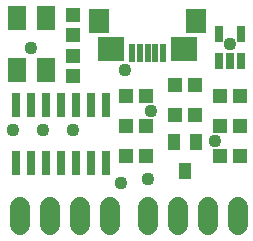
<source format=gts>
G75*
%MOIN*%
%OFA0B0*%
%FSLAX25Y25*%
%IPPOS*%
%LPD*%
%AMOC8*
5,1,8,0,0,1.08239X$1,22.5*
%
%ADD10R,0.04931X0.04537*%
%ADD11R,0.04537X0.04931*%
%ADD12R,0.04143X0.05324*%
%ADD13R,0.02800X0.08400*%
%ADD14R,0.06112X0.08080*%
%ADD15R,0.02657X0.05167*%
%ADD16R,0.08868X0.08474*%
%ADD17R,0.06899X0.08080*%
%ADD18R,0.02175X0.05915*%
%ADD19C,0.06600*%
%ADD20C,0.04362*%
D10*
X0043298Y0051106D03*
X0049991Y0051106D03*
X0074548Y0051106D03*
X0081241Y0051106D03*
X0081241Y0061106D03*
X0074548Y0061106D03*
D11*
X0066241Y0064856D03*
X0059548Y0064856D03*
X0049991Y0061106D03*
X0043298Y0061106D03*
X0059548Y0054856D03*
X0066241Y0054856D03*
X0074548Y0041106D03*
X0081241Y0041106D03*
X0049991Y0041106D03*
X0043298Y0041106D03*
X0025394Y0067759D03*
X0025394Y0074452D03*
X0025394Y0081509D03*
X0025394Y0088202D03*
D12*
X0059154Y0045830D03*
X0066634Y0045830D03*
X0062894Y0036381D03*
D13*
X0036644Y0038906D03*
X0031644Y0038906D03*
X0026644Y0038906D03*
X0021644Y0038906D03*
X0016644Y0038906D03*
X0011644Y0038906D03*
X0006644Y0038906D03*
X0006644Y0058306D03*
X0011644Y0058306D03*
X0016644Y0058306D03*
X0021644Y0058306D03*
X0026644Y0058306D03*
X0031644Y0058306D03*
X0036644Y0058306D03*
D14*
X0016369Y0069944D03*
X0006920Y0069944D03*
X0006920Y0087267D03*
X0016369Y0087267D03*
D15*
X0074154Y0081908D03*
X0081634Y0081908D03*
X0081634Y0072804D03*
X0077894Y0072804D03*
X0074154Y0072804D03*
D16*
X0062599Y0076854D03*
X0038189Y0076854D03*
D17*
X0034252Y0086106D03*
X0066536Y0086106D03*
D18*
X0055512Y0075574D03*
X0052953Y0075574D03*
X0050394Y0075574D03*
X0047835Y0075574D03*
X0045276Y0075574D03*
D19*
X0007894Y0024106D02*
X0007894Y0018106D01*
X0017894Y0018106D02*
X0017894Y0024106D01*
X0027894Y0024106D02*
X0027894Y0018106D01*
X0037894Y0018106D02*
X0037894Y0024106D01*
X0050394Y0024106D02*
X0050394Y0018106D01*
X0060394Y0018106D02*
X0060394Y0024106D01*
X0070394Y0024106D02*
X0070394Y0018106D01*
X0080394Y0018106D02*
X0080394Y0024106D01*
D20*
X0072894Y0046106D03*
X0051644Y0056106D03*
X0042894Y0069856D03*
X0025394Y0049856D03*
X0015394Y0049856D03*
X0005394Y0049856D03*
X0011644Y0077356D03*
X0050394Y0033606D03*
X0041644Y0032356D03*
X0077894Y0078606D03*
M02*

</source>
